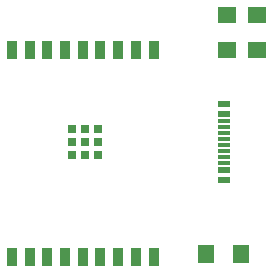
<source format=gtp>
G04*
G04 #@! TF.GenerationSoftware,Altium Limited,Altium Designer,24.8.2 (39)*
G04*
G04 Layer_Color=8421504*
%FSLAX25Y25*%
%MOIN*%
G70*
G04*
G04 #@! TF.SameCoordinates,DAEAB18A-5E43-4365-A400-F89FC780B00D*
G04*
G04*
G04 #@! TF.FilePolarity,Positive*
G04*
G01*
G75*
%ADD15R,0.03543X0.05906*%
%ADD16R,0.02756X0.02756*%
%ADD17R,0.06299X0.05512*%
%ADD18R,0.04331X0.02362*%
%ADD19R,0.04331X0.01181*%
%ADD20R,0.05512X0.06299*%
D15*
X432425Y220272D02*
D03*
X438331D02*
D03*
X444236D02*
D03*
X450142D02*
D03*
X456047D02*
D03*
X461953D02*
D03*
X467858D02*
D03*
X473764D02*
D03*
X479669D02*
D03*
Y289169D02*
D03*
X473764D02*
D03*
X467858D02*
D03*
X461953D02*
D03*
X456047D02*
D03*
X450142D02*
D03*
X444236D02*
D03*
X438331D02*
D03*
X432425D02*
D03*
D16*
X456835Y258500D02*
D03*
Y262831D02*
D03*
Y254169D02*
D03*
X452504D02*
D03*
Y258500D02*
D03*
Y262831D02*
D03*
X461165D02*
D03*
Y258500D02*
D03*
Y254169D02*
D03*
D17*
X514000Y300905D02*
D03*
Y289094D02*
D03*
X504000Y300905D02*
D03*
Y289094D02*
D03*
D18*
X503224Y245902D02*
D03*
Y249051D02*
D03*
Y267949D02*
D03*
Y271098D02*
D03*
D19*
Y251610D02*
D03*
Y253579D02*
D03*
Y255547D02*
D03*
Y257516D02*
D03*
Y259484D02*
D03*
Y261453D02*
D03*
Y263421D02*
D03*
Y265390D02*
D03*
D20*
X508906Y221000D02*
D03*
X497094D02*
D03*
M02*

</source>
